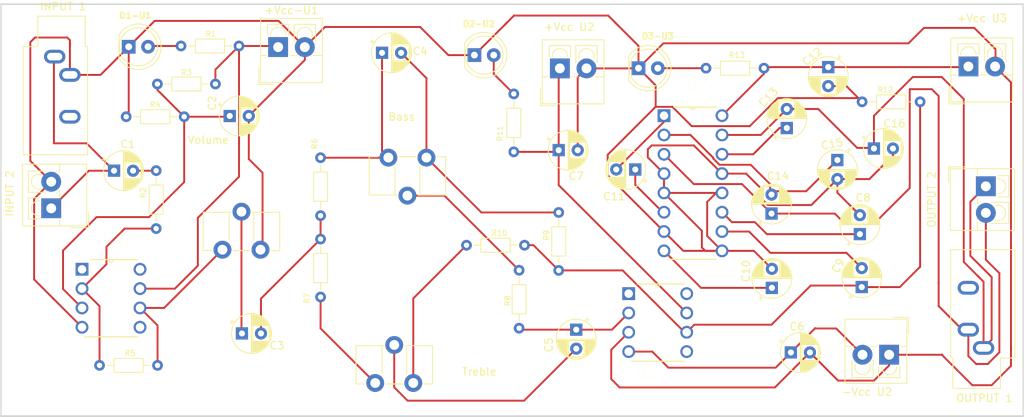
<source format=kicad_pcb>
(kicad_pcb (version 20210126) (generator pcbnew)
  (title_block (title "SES AUDIO AMPLIFIER") (date "2021-06-08") (company "JKUAT"))
  (layers (0 "F.Cu" signal) (31 "B.Cu" signal) (34 "B.Paste" user) (35 "F.Paste" user) (36 "B.SilkS" user "B.Silkscreen") (37 "F.SilkS" user "F.Silkscreen") (38 "B.Mask" user) (39 "F.Mask" user) (44 "Edge.Cuts" user))
  (net 0 "")
  (net 1 "Net-(C10-Pad1)")
  (net 2 "Net-(C1-Pad1)")
  (net 3 "Net-(C11-Pad1)")
  (net 4 "Net-(C1-Pad2)")
  (net 5 "Net-(C3-Pad2)")
  (net 6 "Net-(C12-Pad1)")
  (net 7 "Net-(C2-Pad1)")
  (net 8 "Net-(C3-Pad1)")
  (net 9 "Net-(C4-Pad1)")
  (net 10 "Net-(C5-Pad2)")
  (net 11 "Net-(C5-Pad1)")
  (net 12 "Net-(C4-Pad2)")
  (net 13 "Net-(C6-Pad1)")
  (net 14 "Net-(C7-Pad1)")
  (net 15 "Net-(C8-Pad1)")
  (net 16 "Net-(C13-Pad2)")
  (net 17 "Net-(C13-Pad1)")
  (net 18 "GNDREF")
  (net 19 "Net-(D1-Pad2)")
  (net 20 "Net-(C9-Pad1)")
  (net 21 "Net-(C14-Pad1)")
  (net 22 "Net-(C9-Pad2)")
  (net 23 "Net-(C11-Pad2)")
  (net 24 "Net-(C14-Pad2)")
  (net 25 "Net-(D2-Pad2)")
  (net 26 "Net-(D3-Pad2)")
  (net 27 "Net-(J3-Pad1)")
  (net 28 "Net-(R2-Pad1)")
  (net 29 "Net-(R5-Pad1)")
  (net 30 "Net-(R7-Pad1)")
  (net 31 "Net-(R8-Pad1)")
  (net 32 "Net-(R10-Pad2)")
  (footprint "Capacitor_THT:CP_Radial_D5.0mm_P2.50mm" (layer "F.Cu") (at 195.095 103.643113 90)
    (fp_text reference "C9" hide)
    (fp_text value "220n")
  )
  (footprint "LED_THT:LED_D5.0mm" (layer "F.Cu") (at 144.22 73.138)
    (fp_text reference "D2" hide)
    (fp_text value "LED" hide)
  )
  (footprint "Resistor_THT:R_Axial_DIN0204_L3.6mm_D1.6mm_P7.62mm_Horizontal" (layer "F.Cu") (at 106.105 81.238 180)
    (fp_text reference "R4" hide)
    (fp_text value "22K")
  )
  (footprint "Resistor_THT:R_Axial_DIN0204_L3.6mm_D1.6mm_P7.62mm_Horizontal" (layer "F.Cu") (at 155.295 101.448 90)
    (fp_text reference "R9" hide)
    (fp_text value "15K")
  )
  (footprint "Capacitor_THT:CP_Radial_D5.0mm_P2.50mm" (layer "F.Cu") (at 183.295 103.743113 90)
    (fp_text reference "C10" hide)
    (fp_text value "100u")
  )
  (footprint "Capacitor_THT:CP_Radial_D5.0mm_P2.50mm" (layer "F.Cu") (at 157.595 109.238 -90)
    (fp_text reference "C5" hide)
    (fp_text value "1n")
  )
  (footprint "TerminalBlock_4Ucon:TerminalBlock_4Ucon_1x02_P3.50mm_Vertical" (layer "F.Cu") (at 118.445 72.083)
    (fp_text reference "J3" hide)
    (fp_text value "Conn_01x02_Female" hide)
  )
  (footprint "Capacitor_THT:CP_Radial_D5.0mm_P2.50mm" (layer "F.Cu") (at 185.789888 112.238)
    (fp_text reference "C6" hide)
    (fp_text value "100n")
  )
  (footprint "Potentiometer_THT:Potentiometer_ACP_CA9-H5_Horizontal" (layer "F.Cu") (at 137.922 86.614 -90)
    (fp_text reference "RV2" hide)
    (fp_text value "100K")
  )
  (footprint "UA741:DIP254P762X533-8" (layer "F.Cu") (at 172.105 112.1242)
    (fp_text reference "U2")
    (fp_text value "LM741" hide)
  )
  (footprint "Resistor_THT:R_Axial_DIN0204_L3.6mm_D1.6mm_P7.62mm_Horizontal" (layer "F.Cu") (at 150.805 98.138 180)
    (fp_text reference "R10" hide)
    (fp_text value "10K")
  )
  (footprint "Resistor_THT:R_Axial_DIN0204_L3.6mm_D1.6mm_P7.62mm_Horizontal" (layer "F.Cu") (at 174.638702 74.856902)
    (fp_text reference "R13")
    (fp_text value "1K")
  )
  (footprint "Capacitor_THT:CP_Radial_D5.0mm_P2.50mm" (layer "F.Cu") (at 194.851087 96.681913 90)
    (fp_text reference "C8" hide)
    (fp_text value "100u")
  )
  (footprint "Kicad Manual Library:DIP254P762X510-16" (layer "F.Cu") (at 176.744512 98.878)
    (fp_text reference "U3")
    (fp_text value "TEA2025B")
  )
  (footprint "Resistor_THT:R_Axial_DIN0204_L3.6mm_D1.6mm_P7.62mm_Horizontal" (layer "F.Cu") (at 202.761087 79.2768 180)
    (fp_text reference "R12" hide)
    (fp_text value "10K")
  )
  (footprint "Capacitor_THT:CP_Radial_D5.0mm_P2.50mm" (layer "F.Cu") (at 191.895 86.938 -90)
    (fp_text reference "C15" hide)
    (fp_text value "150n")
  )
  (footprint "TerminalBlock_4Ucon:TerminalBlock_4Ucon_1x02_P3.50mm_Vertical" (layer "F.Cu") (at 155.445 74.883)
    (fp_text reference "J5" hide)
    (fp_text value "Conn_01x02_Female" hide)
  )
  (footprint "TerminalBlock_4Ucon:TerminalBlock_4Ucon_1x02_P3.50mm_Vertical" (layer "F.Cu") (at 209.107 74.636)
    (fp_text reference "J6" hide)
    (fp_text value "Conn_01x02_Female" hide)
  )
  (footprint "TerminalBlock_4Ucon:TerminalBlock_4Ucon_1x02_P3.50mm_Vertical" (layer "F.Cu") (at 88.64 93.288 90)
    (fp_text reference "J2" hide)
    (fp_text value "Conn_01x02_Female" hide)
  )
  (footprint "TerminalBlock_4Ucon:TerminalBlock_4Ucon_1x02_P3.50mm_Vertical" (layer "F.Cu") (at 211.393 90.384 -90)
    (fp_text reference "J8" hide)
    (fp_text value "Conn_01x02_Female" hide)
  )
  (footprint "LED_THT:LED_D5.0mm" (layer "F.Cu") (at 98.82 72.038)
    (fp_text reference "D1" hide)
    (fp_text value "LED" hide)
  )
  (footprint "Resistor_THT:R_Axial_DIN0204_L3.6mm_D1.6mm_P7.62mm_Horizontal" (layer "F.Cu") (at 149.395 78.238 -90)
    (fp_text reference "R11" hide)
    (fp_text value "1K")
  )
  (footprint "Resistor_THT:R_Axial_DIN0204_L3.6mm_D1.6mm_P7.62mm_Horizontal" (layer "F.Cu") (at 105.685 71.938)
    (fp_text reference "R1" hide)
    (fp_text value "1K")
  )
  (footprint "Potentiometer_THT:Potentiometer_ACP_CA9-H5_Horizontal" (layer "F.Cu") (at 131.194 116.252 90)
    (fp_text reference "RV3" hide)
    (fp_text value "100K")
  )
  (footprint "TerminalBlock_4Ucon:TerminalBlock_4Ucon_1x02_P3.50mm_Vertical" (layer "F.Cu") (at 198.695 112.538 180)
    (fp_text reference "J4" hide)
    (fp_text value "Conn_01x02_Female" hide)
  )
  (footprint "UA741:DIP254P762X533-8" (layer "F.Cu") (at 100.305 108.9242)
    (fp_text reference "U1")
    (fp_text value "UA741CN")
  )
  (footprint "Capacitor_THT:CP_Radial_D5.0mm_P2.50mm" (layer "F.Cu") (at 155.289888 85.638)
    (fp_text reference "C7" hide)
    (fp_text value "100n")
  )
  (footprint "Capacitor_THT:CP_Radial_D5.0mm_P2.50mm" (layer "F.Cu") (at 165.351087 88.1768 180)
    (fp_text reference "C11" hide)
    (fp_text value "100u")
  )
  (footprint "Capacitor_THT:CP_Radial_D5.0mm_P2.50mm" (layer "F.Cu") (at 132.089888 72.838)
    (fp_text reference "C4" hide)
    (fp_text value "47n")
  )
  (footprint "Capacitor_THT:CP_Radial_D5.0mm_P2.50mm" (layer "F.Cu") (at 112.089888 81.138)
    (fp_text reference "C2" hide)
    (fp_text value "10u")
  )
  (footprint "Potentiometer_THT:Potentiometer_ACP_CA9-H5_Horizontal" (layer "F.Cu") (at 111.128 98.726 90)
    (fp_text reference "RV1" hide)
    (fp_text value "2K")
  )
  (footprint "Resistor_THT:R_Axial_DIN0204_L3.6mm_D1.6mm_P7.62mm_Horizontal" (layer "F.Cu") (at 102.427 95.948 90)
    (fp_text reference "R2" hide)
    (fp_text value "2.2K")
  )
  (footprint "Capacitor_THT:CP_Radial_D5.0mm_P2.50mm" (layer "F.Cu") (at 183.245975 93.9768 90)
    (fp_text reference "C14" hide)
    (fp_text value "100u")
  )
  (footprint "Connector_Audio:Jack_3.5mm_CUI_SJ1-3533NG_Horizontal" (layer "F.Cu") (at 89.095 73.338)
    (fp_text reference "J1" hide)
    (fp_text value "AudioJack2" hide)
  )
  (footprint "Capacitor_THT:CP_Radial_D5.0mm_P2.50mm" (layer "F.Cu") (at 96.889888 88.338)
    (fp_text reference "C1" hide)
    (fp_text value "1u")
  )
  (footprint "Resistor_THT:R_Axial_DIN0204_L3.6mm_D1.6mm_P7.62mm_Horizontal" (layer "F.Cu") (at 102.605 113.938 180)
    (fp_text reference "R5" hide)
    (fp_text value "220K")
  )
  (footprint "Resistor_THT:R_Axial_DIN0204_L3.6mm_D1.6mm_P7.62mm_Horizontal" (layer "F.Cu") (at 150.095 101.428 -90)
    (fp_text reference "R8" hide)
    (fp_text value "15K")
  )
  (footprint "Capacitor_THT:CP_Radial_D5.0mm_P2.50mm" (layer "F.Cu") (at 196.697502 85.418102)
    (fp_text reference "C16" hide)
    (fp_text value "150n")
  )
  (footprint "Connector_Audio:Jack_3.5mm_CUI_SJ1-3533NG_Horizontal" (layer "F.Cu") (at 211.095 111.638 180)
    (fp_text reference "J7" hide)
    (fp_text value "AudioJack2" hide)
  )
  (footprint "Capacitor_THT:CP_Radial_D5.0mm_P2.50mm" (layer "F.Cu") (at 113.689888 109.738)
    (fp_text reference "C3" hide)
    (fp_text value "1u")
  )
  (footprint "Resistor_THT:R_Axial_DIN0204_L3.6mm_D1.6mm_P7.62mm_Horizontal" (layer "F.Cu") (at 110.205 76.938 180)
    (fp_text reference "R3" hide)
    (fp_text value "22K")
  )
  (footprint "Capacitor_THT:CP_Radial_D5.0mm_P2.50mm" (layer "F.Cu") (at 190.697502 74.71299 -90)
    (fp_text reference "C12" hide)
    (fp_text value "100u")
  )
  (footprint "Capacitor_THT:CP_Radial_D5.0mm_P2.50mm" (layer "F.Cu") (at 185.2562 82.723215 90)
    (fp_text reference "C13" hide)
    (fp_text value "100u")
  )
  (footprint "Resistor_THT:R_Axial_DIN0204_L3.6mm_D1.6mm_P7.62mm_Horizontal" (layer "F.Cu") (at 124.017 86.628 -90)
    (fp_text reference "R6" hide)
    (fp_text value "15K")
  )
  (footprint "LED_THT:LED_D5.0mm" (layer "F.Cu") (at 165.773702 74.856902)
    (fp_text reference "D3" hide)
    (fp_text value "LED" hide)
  )
  (footprint "Resistor_THT:R_Axial_DIN0204_L3.6mm_D1.6mm_P7.62mm_Horizontal" (layer "F.Cu") (at 124.017 104.948 90)
    (fp_text reference "R7" hide)
    (fp_text value "10K")
  )
  (gr_rect (start 82.013 66.448) (end 216.313 120.61) (layer "Edge.Cuts") (width 0.2) (fill none))
  (segment (start 173.989625 103.743113) (end 183.295 103.743113) (width 0.25) (layer "F.Cu") (net 1))
  (segment (start 169.124512 98.878) (end 173.989625 103.743113) (width 0.25) (layer "F.Cu") (net 1))
  (segment (start 96.889888 88.338) (end 93.59 88.338) (width 0.25) (layer "F.Cu") (net 2))
  (segment (start 93.289888 84.738) (end 88.995 84.738) (width 0.25) (layer "F.Cu") (net 2))
  (segment (start 96.889888 88.338) (end 93.289888 84.738) (width 0.25) (layer "F.Cu") (net 2))
  (segment (start 93.59 88.338) (end 88.64 93.288) (width 0.25) (layer "F.Cu") (net 2))
  (segment (start 88.995 73.438) (end 89.095 73.338) (width 0.25) (layer "F.Cu") (net 2))
  (segment (start 88.995 84.738) (end 88.995 73.438) (width 0.25) (layer "F.Cu") (net 2))
  (segment (start 96.889888 88.338) (end 96.889888 87.732888) (width 0.25) (layer "F.Cu") (net 2))
  (segment (start 165.351087 90.194087) (end 168.395 93.238) (width 0.25) (layer "F.Cu") (net 3))
  (segment (start 165.351087 88.1768) (end 165.351087 90.194087) (width 0.25) (layer "F.Cu") (net 3))
  (segment (start 102.417 88.338) (end 102.427 88.328) (width 0.25) (layer "F.Cu") (net 4))
  (segment (start 99.389888 88.338) (end 102.417 88.338) (width 0.25) (layer "F.Cu") (net 4))
  (segment (start 124.017 94.248) (end 124.017 97.328) (width 0.25) (layer "F.Cu") (net 5))
  (segment (start 116.189888 105.155112) (end 124.017 97.328) (width 0.25) (layer "F.Cu") (net 5))
  (segment (start 116.189888 109.738) (end 116.189888 105.155112) (width 0.25) (layer "F.Cu") (net 5))
  (segment (start 190.697502 74.71299) (end 182.402614 74.71299) (width 0.25) (layer "F.Cu") (net 6))
  (segment (start 209.03001 74.71299) (end 209.107 74.636) (width 0.25) (layer "F.Cu") (net 6))
  (segment (start 182.258702 75.58381) (end 176.744512 81.098) (width 0.25) (layer "F.Cu") (net 6))
  (segment (start 190.697502 74.71299) (end 209.03001 74.71299) (width 0.25) (layer "F.Cu") (net 6))
  (segment (start 182.402614 74.71299) (end 182.258702 74.856902) (width 0.25) (layer "F.Cu") (net 6))
  (segment (start 176.744512 81.098) (end 176.744512 81.083375) (width 0.25) (layer "F.Cu") (net 6))
  (segment (start 182.258702 74.856902) (end 182.258702 75.58381) (width 0.25) (layer "F.Cu") (net 6))
  (segment (start 182.397502 74.718102) (end 182.258702 74.856902) (width 0.25) (layer "F.Cu") (net 6))
  (segment (start 90.195 98.838) (end 90.195 103.8942) (width 0.25) (layer "F.Cu") (net 7))
  (segment (start 111.989888 81.238) (end 106.105 81.238) (width 0.25) (layer "F.Cu") (net 7))
  (segment (start 90.195 103.8942) (end 92.685 106.3842) (width 0.25) (layer "F.Cu") (net 7))
  (segment (start 101.495 94.438) (end 94.595 94.438) (width 0.25) (layer "F.Cu") (net 7))
  (segment (start 112.089888 81.138) (end 111.989888 81.238) (width 0.25) (layer "F.Cu") (net 7))
  (segment (start 102.585 76.938) (end 102.585 77.718) (width 0.25) (layer "F.Cu") (net 7))
  (segment (start 106.105 81.238) (end 106.105 89.828) (width 0.25) (layer "F.Cu") (net 7))
  (segment (start 94.595 94.438) (end 90.195 98.838) (width 0.25) (layer "F.Cu") (net 7))
  (segment (start 106.105 89.828) (end 101.495 94.438) (width 0.25) (layer "F.Cu") (net 7))
  (segment (start 102.585 77.718) (end 106.105 81.238) (width 0.25) (layer "F.Cu") (net 7))
  (segment (start 113.628 93.726) (end 113.628 109.676112) (width 0.25) (layer "F.Cu") (net 8))
  (segment (start 113.795 109.632888) (end 113.689888 109.738) (width 0.25) (layer "F.Cu") (net 8))
  (segment (start 113.628 109.676112) (end 113.689888 109.738) (width 0.25) (layer "F.Cu") (net 8))
  (segment (start 132.908 86.628) (end 132.922 86.614) (width 0.25) (layer "F.Cu") (net 9))
  (segment (start 124.017 86.628) (end 132.908 86.628) (width 0.25) (layer "F.Cu") (net 9))
  (segment (start 132.089888 85.781888) (end 132.922 86.614) (width 0.25) (layer "F.Cu") (net 9))
  (segment (start 132.089888 72.838) (end 132.089888 85.781888) (width 0.25) (layer "F.Cu") (net 9))
  (segment (start 133.694 111.252) (end 133.694 116.825) (width 0.25) (layer "F.Cu") (net 10))
  (segment (start 150.755 118.578) (end 157.595 111.738) (width 0.25) (layer "F.Cu") (net 10))
  (segment (start 135.447 118.578) (end 150.755 118.578) (width 0.25) (layer "F.Cu") (net 10))
  (segment (start 133.186 110.884617) (end 133.161 110.909617) (width 0.25) (layer "F.Cu") (net 10))
  (segment (start 133.694 116.825) (end 135.447 118.578) (width 0.25) (layer "F.Cu") (net 10))
  (segment (start 150.285 109.238) (end 150.095 109.048) (width 0.25) (layer "F.Cu") (net 11))
  (segment (start 162.2912 109.238) (end 164.485 107.0442) (width 0.25) (layer "F.Cu") (net 11))
  (segment (start 157.595 109.238) (end 162.2912 109.238) (width 0.25) (layer "F.Cu") (net 11))
  (segment (start 157.595 109.238) (end 150.285 109.238) (width 0.25) (layer "F.Cu") (net 11))
  (segment (start 137.922 76.170112) (end 134.589888 72.838) (width 0.25) (layer "F.Cu") (net 12))
  (segment (start 137.922 86.614) (end 137.922 76.170112) (width 0.25) (layer "F.Cu") (net 12))
  (segment (start 145.136 93.828) (end 137.922 86.614) (width 0.25) (layer "F.Cu") (net 12))
  (segment (start 155.295 93.828) (end 145.136 93.828) (width 0.25) (layer "F.Cu") (net 12))
  (segment (start 169.695 114.238) (end 183.789888 114.238) (width 0.25) (layer "F.Cu") (net 13))
  (segment (start 195.19 112.238) (end 195.445 111.983) (width 0.25) (layer "F.Cu") (net 13))
  (segment (start 188.942444 109.085444) (end 188.989888 109.038) (width 0.25) (layer "F.Cu") (net 13))
  (segment (start 167.5812 112.1242) (end 169.695 114.238) (width 0.25) (layer "F.Cu") (net 13))
  (segment (start 164.485 112.1242) (end 167.5812 112.1242) (width 0.25) (layer "F.Cu") (net 13))
  (segment (start 195.195 112.538) (end 191.742444 109.085444) (width 0.25) (layer "F.Cu") (net 13))
  (segment (start 183.789888 114.238) (end 185.789888 112.238) (width 0.25) (layer "F.Cu") (net 13))
  (segment (start 185.789888 112.238) (end 188.942444 109.085444) (width 0.25) (layer "F.Cu") (net 13))
  (segment (start 191.742444 109.085444) (end 188.942444 109.085444) (width 0.25) (layer "F.Cu") (net 13))
  (segment (start 155.069888 85.858) (end 155.289888 85.638) (width 0.25) (layer "F.Cu") (net 14))
  (segment (start 155.289888 85.638) (end 155.289888 90.229088) (width 0.25) (layer "F.Cu") (net 14))
  (segment (start 149.395 85.858) (end 155.069888 85.858) (width 0.25) (layer "F.Cu") (net 14))
  (segment (start 155.289888 85.638) (end 155.289888 75.038112) (width 0.25) (layer "F.Cu") (net 14))
  (segment (start 155.289888 75.038112) (end 155.445 74.883) (width 0.25) (layer "F.Cu") (net 14))
  (segment (start 155.289888 90.229088) (end 172.105 107.0442) (width 0.25) (layer "F.Cu") (net 14))
  (segment (start 178.048323 95.101811) (end 181.058811 95.101811) (width 0.25) (layer "F.Cu") (net 15))
  (segment (start 176.744512 93.798) (end 178.048323 95.101811) (width 0.25) (layer "F.Cu") (net 15))
  (segment (start 181.058811 95.101811) (end 182.638913 96.681913) (width 0.25) (layer "F.Cu") (net 15))
  (segment (start 182.638913 96.681913) (end 194.851087 96.681913) (width 0.25) (layer "F.Cu") (net 15))
  (segment (start 212.155 110.578) (end 211.095 111.638) (width 0.25) (layer "F.Cu") (net 16))
  (segment (start 185.2562 80.223215) (end 186.202615 80.223215) (width 0.25) (layer "F.Cu") (net 16))
  (segment (start 194.495 85.338) (end 189.380215 80.223215) (width 0.25) (layer "F.Cu") (net 16))
  (segment (start 209.361 99.528) (end 212.155 102.322) (width 0.25) (layer "F.Cu") (net 16))
  (segment (start 211.095 111.638) (end 211.095 102.938) (width 0.25) (layer "F.Cu") (net 16))
  (segment (start 208.495 100.338) (end 210.345 102.188) (width 0.25) (layer "F.Cu") (net 16))
  (segment (start 196.697502 81.118102) (end 196.697502 85.418102) (width 0.25) (layer "F.Cu") (net 16))
  (segment (start 210.345 102.188) (end 210.595 102.438) (width 0.25) (layer "F.Cu") (net 16))
  (segment (start 181.841415 83.638) (end 185.2562 80.223215) (width 0.25) (layer "F.Cu") (net 16))
  (segment (start 196.697502 85.418102) (end 196.697502 85.200102) (width 0.25) (layer "F.Cu") (net 16))
  (segment (start 196.6174 85.338) (end 194.495 85.338) (width 0.25) (layer "F.Cu") (net 16))
  (segment (start 208.495 78.9156) (end 208.495 100.338) (width 0.25) (layer "F.Cu") (net 16))
  (segment (start 176.744512 83.638) (end 181.841415 83.638) (width 0.25) (layer "F.Cu") (net 16))
  (segment (start 209.361 92.416) (end 209.361 99.528) (width 0.25) (layer "F.Cu") (net 16))
  (segment (start 207.697502 78.118102) (end 207.6062 78.0268) (width 0.25) (layer "F.Cu") (net 16))
  (segment (start 207.4062 77.8268) (end 205.597502 76.018102) (width 0.25) (layer "F.Cu") (net 16))
  (segment (start 207.6062 78.0268) (end 207.4062 77.8268) (width 0.25) (layer "F.Cu") (net 16))
  (segment (start 211.095 102.938) (end 210.345 102.188) (width 0.25) (layer "F.Cu") (net 16))
  (segment (start 189.380215 80.223215) (end 185.2562 80.223215) (width 0.25) (layer "F.Cu") (net 16))
  (segment (start 211.393 90.384) (end 209.361 92.416) (width 0.25) (layer "F.Cu") (net 16))
  (segment (start 201.797502 76.018102) (end 196.697502 81.118102) (width 0.25) (layer "F.Cu") (net 16))
  (segment (start 196.697502 85.418102) (end 196.6174 85.338) (width 0.25) (layer "F.Cu") (net 16))
  (segment (start 207.4062 77.8268) (end 208.495 78.9156) (width 0.25) (layer "F.Cu") (net 16))
  (segment (start 205.597502 76.018102) (end 201.797502 76.018102) (width 0.25) (layer "F.Cu") (net 16))
  (segment (start 212.155 102.322) (end 212.155 110.578) (width 0.25) (layer "F.Cu") (net 16))
  (segment (start 176.744512 86.178) (end 180.837604 86.178) (width 0.25) (layer "F.Cu") (net 17))
  (segment (start 181.747502 85.268102) (end 181.097502 85.918102) (width 0.25) (layer "F.Cu") (net 17))
  (segment (start 180.837604 86.178) (end 181.747502 85.268102) (width 0.25) (layer "F.Cu") (net 17))
  (segment (start 184.292389 82.723215) (end 181.747502 85.268102) (width 0.25) (layer "F.Cu") (net 17))
  (segment (start 185.2562 82.723215) (end 184.292389 82.723215) (width 0.25) (layer "F.Cu") (net 17))
  (segment (start 176.744512 88.718) (end 179.90217 88.718) (width 0.25) (layer "F.Cu") (net 18))
  (segment (start 209.869 69.556) (end 212.663 72.35) (width 0.25) (layer "F.Cu") (net 18))
  (segment (start 91.095 75.738) (end 95.12 75.738) (width 0.25) (layer "F.Cu") (net 18))
  (segment (start 176.744512 98.878) (end 174.795 96.928488) (width 0.25) (layer "F.Cu") (net 18))
  (segment (start 162.195 115.738) (end 163.295 116.838) (width 0.25) (layer "F.Cu") (net 18))
  (segment (start 121.945 72.083) (end 121.945 73.782888) (width 0.25) (layer "F.Cu") (net 18))
  (segment (start 88.64 89.788) (end 85.895 87.043) (width 0.25) (layer "F.Cu") (net 18))
  (segment (start 118.5 68.638) (end 121.945 72.083) (width 0.25) (layer "F.Cu") (net 18))
  (segment (start 214.695 76.724) (end 212.607 74.636) (width 0.25) (layer "F.Cu") (net 18))
  (segment (start 91.095 75.738) (end 91.095 71.94) (width 0.25) (layer "F.Cu") (net 18))
  (segment (start 164.485 109.5842) (end 162.195 111.8742) (width 0.25) (layer "F.Cu") (net 18))
  (segment (start 214.695 98.512) (end 214.695 76.724) (width 0.25) (layer "F.Cu") (net 18))
  (segment (start 165.773702 74.856902) (end 165.853815 74.856902) (width 0.25) (layer "F.Cu") (net 18))
  (segment (start 196.097502 89.438) (end 199.197502 86.338) (width 0.25) (layer "F.Cu") (net 18))
  (segment (start 165.747604 74.883) (end 165.773702 74.856902) (width 0.25) (layer "F.Cu") (net 18))
  (segment (start 98.82 72.038) (end 102.22 68.638) (width 0.25) (layer "F.Cu") (net 18))
  (segment (start 174.095 96.238) (end 174.095 98.438) (width 0.25) (layer "F.Cu") (net 18))
  (segment (start 209.615 116.546) (end 212.155 116.546) (width 0.25) (layer "F.Cu") (net 18))
  (segment (start 182.757388 92.851789) (end 188.481211 92.851789) (width 0.25) (layer "F.Cu") (net 18))
  (segment (start 158.945 74.883) (end 165.747604 74.883) (width 0.25) (layer "F.Cu") (net 18))
  (segment (start 214.695 112.038) (end 214.695 111.466) (width 0.25) (layer "F.Cu") (net 18))
  (segment (start 191.989888 115.938) (end 196.695 115.938) (width 0.25) (layer "F.Cu") (net 18))
  (segment (start 98.82 72.038) (end 98.82 80.903) (width 0.25) (layer "F.Cu") (net 18))
  (segment (start 149.42 67.938) (end 161.795 67.938) (width 0.25) (layer "F.Cu") (net 18))
  (segment (start 88.9969 105.2361) (end 88.85 105.0892) (width 0.25) (layer "F.Cu") (net 18))
  (segment (start 169.124512 91.258) (end 176.744512 91.258) (width 0.25) (layer "F.Cu") (net 18))
  (segment (start 198.695 113.938) (end 198.695 112.538) (width 0.25) (layer "F.Cu") (net 18))
  (segment (start 85.895 87.043) (end 85.895 71.438) (width 0.25) (layer "F.Cu") (net 18))
  (segment (start 188.289888 112.238) (end 191.989888 115.938) (width 0.25) (layer "F.Cu") (net 18))
  (segment (start 169.042604 71.588) (end 201.233 71.588) (width 0.25) (layer "F.Cu") (net 18))
  (segment (start 214.695 111.466) (end 214.695 98.512) (width 0.25) (layer "F.Cu") (net 18))
  (segment (start 173.041301 85.014789) (end 176.744512 88.718) (width 0.25) (layer "F.Cu") (net 18))
  (segment (start 174.795 92.438) (end 175.975 91.258) (width 0.25) (layer "F.Cu") (net 18))
  (segment (start 148.2575 69.1005) (end 148.52 68.838) (width 0.25) (layer "F.Cu") (net 18))
  (segment (start 165.773702 71.916702) (end 165.773702 74.856902) (width 0.25) (layer "F.Cu") (net 18))
  (segment (start 171.664512 98.878) (end 169.124512 96.338) (width 0.25) (layer "F.Cu") (net 18))
  (segment (start 196.695 115.938) (end 198.695 113.938) (width 0.25) (layer "F.Cu") (net 18))
  (segment (start 161.726076 86.235016) (end 161.726076 88.939564) (width 0.25) (layer "F.Cu") (net 18))
  (segment (start 194.652267 78.78798) (end 184.080003 78.78798) (width 0.25) (layer "F.Cu") (net 18))
  (segment (start 167.500815 85.014789) (end 173.041301 85.014789) (width 0.25) (layer "F.Cu") (net 18))
  (segment (start 95.12 75.738) (end 98.82 72.038) (width 0.25) (layer "F.Cu") (net 18))
  (segment (start 140.795 73.138) (end 137.095 69.438) (width 0.25) (layer "F.Cu") (net 18))
  (segment (start 169.124512 88.718) (end 166.997502 86.59099) (width 0.25) (layer "F.Cu") (net 18))
  (segment (start 114.589888 81.138) (end 114.589888 86.798888) (width 0.25) (layer "F.Cu") (net 18))
  (segment (start 85.895 71.438) (end 86.507 70.826) (width 0.25) (layer "F.Cu") (net 18))
  (segment (start 86.507 70.826) (end 90.743 70.826) (width 0.25) (layer "F.Cu") (net 18))
  (segment (start 193.077277 77.21299) (end 195.141087 79.2768) (width 0.25) (layer "F.Cu") (net 18))
  (segment (start 165.773702 74.856902) (end 169.042604 71.588) (width 0.25) (layer "F.Cu") (net 18))
  (segment (start 174.095 98.438) (end 174.535 98.878) (width 0.25) (layer "F.Cu") (net 18))
  (segment (start 191.895 89.438) (end 196.097502 89.438) (width 0.25) (layer "F.Cu") (net 18))
  (segment (start 183.689888 116.838) (end 188.289888 112.238) (width 0.25) (layer "F.Cu") (net 18))
  (segment (start 169.124512 91.258) (end 169.124512 91.267512) (width 0.25) (layer "F.Cu") (net 18))
  (segment (start 168.026303 79.934789) (end 168.026303 77.109503) (width 0.25) (layer "F.Cu") (net 18))
  (segment (start 116.397 88.606) (end 116.397 98.457) (width 0.25) (layer "F.Cu") (net 18))
  (segment (start 124.59 69.438) (end 121.945 72.083) (width 0.25) (layer "F.Cu") (net 18))
  (segment (start 172.762721 82.474789) (end 170.222721 79.934789) (width 0.25) (layer "F.Cu") (net 18))
  (segment (start 184.080003 78.78798) (end 180.393194 82.474789) (width 0.25) (layer "F.Cu") (net 18))
  (segment (start 168.026303 77.109503) (end 165.773702 74.856902) (width 0.25) (layer "F.Cu") (net 18))
  (segment (start 214.695 114.006) (end 214.695 111.466) (width 0.25) (layer "F.Cu") (net 18))
  (segment (start 162.195 111.8742) (end 162.195 115.738) (width 0.25) (layer "F.Cu") (net 18))
  (segment (start 90.743 70.826) (end 91.095 71.178) (width 0.25) (layer "F.Cu") (net 18))
  (segment (start 144.22 73.138) (end 148.2575 69.1005) (width 0.25) (layer "F.Cu") (net 18))
  (segment (start 169.124512 88.718) (end 169.124512 91.258) (width 0.25) (layer "F.Cu") (net 18))
  (segment (start 88.9969 105.2361) (end 86.395 102.6342) (width 0.25) (layer "F.Cu") (net 18))
  (segment (start 92.685 108.9242) (end 88.9969 105.2361) (width 0.25) (layer "F.Cu") (net 18))
  (segment (start 166.997502 85.518102) (end 167.500815 85.014789) (width 0.25) (layer "F.Cu") (net 18))
  (segment (start 168.026303 79.934789) (end 161.726076 86.235016) (width 0.25) (layer "F.Cu") (net 18))
  (segment (start 162.845 68.988) (end 163.045 69.188) (width 0.25) (layer "F.Cu") (net 18))
  (segment (start 169.124512 91.267512) (end 174.095 96.238) (width 0.25) (layer "F.Cu") (net 18))
  (segment (start 174.535 98.878) (end 176.744512 98.878) (width 0.25) (layer "F.Cu") (net 18))
  (segment (start 179.90217 88.718) (end 182.120964 90.936794) (width 0.25) (layer "F.Cu") (net 18))
  (segment (start 214.695 98.512) (end 214.695 98.2106) (width 0.25) (layer "F.Cu") (net 18))
  (segment (start 98.82 80.903) (end 98.485 81.238) (width 0.25) (layer "F.Cu") (net 18))
  (segment (start 121.945 73.782888) (end 114.589888 81.138) (width 0.25) (layer "F.Cu") (net 18))
  (segment (start 212.155 116.546) (end 214.695 114.006) (width 0.25) (layer "F.Cu") (net 18))
  (segment (start 86.395 102.6342) (end 86.395 92.033) (width 0.25) (layer "F.Cu") (net 18))
  (segment (start 191.895 89.438) (end 191.895 91.225826) (width 0.25) (layer "F.Cu") (net 18))
  (segment (start 193.520963 92.851789) (end 194.851087 94.181913) (width 0.25) (layer "F.Cu") (net 18))
  (segment (start 205.607 112.538) (end 209.615 116.546) (width 0.25) (layer "F.Cu") (net 18))
  (segment (start 180.929887 98.878) (end 183.295 101.243113) (width 0.25) (layer "F.Cu") (net 18))
  (segment (start 86.395 92.033) (end 88.64 89.788) (width 0.25) (layer "F.Cu") (net 18))
  (segment (start 91.295 75.538) (end 91.095 75.738) (width 0.25) (layer "F.Cu") (net 18))
  (segment (start 201.233 71.588) (end 203.265 69.556) (width 0.25) (layer "F.Cu") (net 18))
  (segment (start 205.607 112.538) (end 205.695 112.538) (width 0.25) (layer "F.Cu") (net 18))
  (segment (start 199.197502 86.338) (end 199.197502 85.418102) (width 0.25) (layer "F.Cu") (net 18))
  (segment (start 212.663 74.58) (end 212.607 74.636) (width 0.25) (layer "F.Cu") (net 18))
  (segment (start 144.22 73.138) (end 140.795 73.138) (width 0.25) (layer "F.Cu") (net 18))
  (segment (start 212.663 72.35) (end 212.663 74.58) (width 0.25) (layer "F.Cu") (net 18))
  (segment (start 137.095 69.438) (end 124.59 69.438) (width 0.25) (layer "F.Cu") (net 18))
  (segment (start 98.62 71.838) (end 98.82 72.038) (width 0.25) (layer "F.Cu") (net 18))
  (segment (start 157.789888 85.638) (end 157.789888 76.038112) (width 0.25) (layer "F.Cu") (net 18))
  (segment (start 161.726076 88.939564) (end 168.059756 95.273244) (width 0.25) (layer "F.Cu") (net 18))
  (segment (start 102.22 68.638) (end 118.5 68.638) (width 0.25) (layer "F.Cu") (net 18))
  (segment (start 91.095 71.178) (end 91.095 71.94) (width 0.25) (layer "F.Cu") (net 18))
  (segment (start 116.397 98.457) (end 116.128 98.726) (width 0.25) (layer "F.Cu") (net 18))
  (segment (start 148.2575 69.1005) (end 149.42 67.938) (width 0.25) (layer "F.Cu") (net 18))
  (segment (start 188.481211 92.851789) (end 191.895 89.438) (width 0.25) (layer "F.Cu") (net 18))
  (segment (start 195.141087 79.2768) (end 194.652267 78.78798) (width 0.25) (layer "F.Cu") (net 18))
  (segment (start 163.045 69.188) (end 165.773702 71.916702) (width 0.25) (layer "F.Cu") (net 18))
  (segment (start 198.695 112.538) (end 205.607 112.538) (width 0.25) (layer "F.Cu") (net 18))
  (segment (start 191.895 91.225826) (end 194.851087 94.181913) (width 0.25) (layer "F.Cu") (net 18))
  (segment (start 180.393194 82.474789) (end 172.762721 82.474789) (width 0.25) (layer "F.Cu") (net 18))
  (segment (start 165.773702 74.856902) (end 165.522278 74.856902) (width 0.25) (layer "F.Cu") (net 18))
  (segment (start 174.795 96.928488) (end 174.795 92.438) (width 0.25) (layer "F.Cu") (net 18))
  (segment (start 162.845 68.988) (end 161.795 67.938) (width 0.25) (layer "F.Cu") (net 18))
  (segment (start 190.697502 77.21299) (end 193.077277 77.21299) (width 0.25) (layer "F.Cu") (net 18))
  (segment (start 166.997502 86.59099) (end 166.997502 85.518102) (width 0.25) (layer "F.Cu") (net 18))
  (segment (start 114.589888 86.798888) (end 116.397 88.606) (width 0.25) (layer "F.Cu") (net 18))
  (segment (start 182.120964 90.936794) (end 182.120964 92.215365) (width 0.25) (layer "F.Cu") (net 18))
  (segment (start 170.222721 79.934789) (end 168.026303 79.934789) (width 0.25) (layer "F.Cu") (net 18))
  (segment (start 195.151087 79.2668) (end 195.141087 79.2768) (width 0.25) (layer "F.Cu") (net 18))
  (segment (start 182.120964 92.215365) (end 182.757388 92.851789) (width 0.25) (layer "F.Cu") (net 18))
  (segment (start 165.773702 74.856902) (end 165.548702 74.856902) (width 0.25) (layer "F.Cu") (net 18))
  (segment (start 175.975 91.258) (end 176.744512 91.258) (width 0.25) (layer "F.Cu") (net 18))
  (segment (start 176.744512 98.878) (end 180.929887 98.878) (width 0.25) (layer "F.Cu") (net 18))
  (segment (start 163.295 116.838) (end 183.689888 116.838) (width 0.25) (layer "F.Cu") (net 18))
  (segment (start 157.789888 76.038112) (end 158.945 74.883) (width 0.25) (layer "F.Cu") (net 18))
  (segment (start 168.059756 95.273244) (end 169.124512 96.338) (width 0.25) (layer "F.Cu") (net 18))
  (segment (start 203.265 69.556) (end 209.869 69.556) (width 0.25) (layer "F.Cu") (net 18))
  (segment (start 91.095 71.94) (end 91.095 71.49) (width 0.25) (layer "F.Cu") (net 18))
  (segment (start 162.695 68.838) (end 162.845 68.988) (width 0.25) (layer "F.Cu") (net 18))
  (segment (start 194.851087 93.894087) (end 194.851087 94.181913) (width 0.25) (layer "F.Cu") (net 18))
  (segment (start 176.744512 98.878) (end 171.664512 98.878) (width 0.25) (layer "F.Cu") (net 18))
  (segment (start 101.46 71.938) (end 101.36 72.038) (width 0.25) (layer "F.Cu") (net 19))
  (segment (start 105.685 71.938) (end 101.46 71.938) (width 0.25) (layer "F.Cu") (net 19))
  (segment (start 173.10122 108.58798) (end 183.24502 108.58798) (width 0.25) (layer "F.Cu") (net 20))
  (segment (start 163.69022 101.448) (end 171.82642 109.5842) (width 0.25) (layer "F.Cu") (net 20))
  (segment (start 172.105 109.5842) (end 173.10122 108.58798) (width 0.25) (layer "F.Cu") (net 20))
  (segment (start 151.985 98.138) (end 155.295 101.448) (width 0.25) (layer "F.Cu") (net 20))
  (segment (start 200.089887 103.643113) (end 202.761087 100.971913) (width 0.25) (layer "F.Cu") (net 20))
  (segment (start 150.805 98.138) (end 151.985 98.138) (width 0.25) (layer "F.Cu") (net 20))
  (segment (start 195.095 103.643113) (end 200.089887 103.643113) (width 0.25) (layer "F.Cu") (net 20))
  (segment (start 202.761087 79.2768) (end 202.761087 100.971913) (width 0.25) (layer "F.Cu") (net 20))
  (segment (start 194.889887 103.438) (end 195.095 103.643113) (width 0.25) (layer "F.Cu") (net 20))
  (segment (start 188.395 103.438) (end 194.889887 103.438) (width 0.25) (layer "F.Cu") (net 20))
  (segment (start 183.24502 108.58798) (end 188.395 103.438) (width 0.25) (layer "F.Cu") (net 20))
  (segment (start 155.295 101.448) (end 163.69022 101.448) (width 0.25) (layer "F.Cu") (net 20))
  (segment (start 171.82642 109.5842) (end 172.105 109.5842) (width 0.25) (layer "F.Cu") (net 20))
  (segment (start 202.761087 100.971913) (end 202.5562 101.1768) (width 0.25) (layer "F.Cu") (net 20))
  (segment (start 211.647 113.752) (end 211.774 113.625) (width 0.25) (layer "F.Cu") (net 21))
  (segment (start 191.5562 93.9768) (end 192.897502 95.318102) (width 0.25) (layer "F.Cu") (net 21))
  (segment (start 169.124512 86.178) (end 173.041301 90.094789) (width 0.25) (layer "F.Cu") (net 21))
  (segment (start 213.171 101.814) (end 211.393 100.036) (width 0.25) (layer "F.Cu") (net 21))
  (segment (start 201.397502 90.618102) (end 201.397502 77.618102) (width 0.25) (layer "F.Cu") (net 21))
  (segment (start 179.363964 90.094789) (end 183.245975 93.9768) (width 0.25) (layer "F.Cu") (net 21))
  (segment (start 209.095 109.238) (end 208.295 109.238) (width 0.25) (layer "F.Cu") (net 21))
  (segment (start 205.197502 78.518102) (end 205.197502 102.935498) (width 0.25) (layer "F.Cu") (net 21))
  (segment (start 201.397502 77.618102) (end 204.297502 77.618102) (width 0.25) (layer "F.Cu") (net 21))
  (segment (start 204.297502 77.618102) (end 205.197502 78.518102) (width 0.25) (layer "F.Cu") (net 21))
  (segment (start 209.095 112.724) (end 210.123 113.752) (width 0.25) (layer "F.Cu") (net 21))
  (segment (start 205.197502 102.935498) (end 205.197502 103.218102) (width 0.25) (layer "F.Cu") (net 21))
  (segment (start 183.882399 93.9768) (end 183.564187 93.658588) (width 0.25) (layer "F.Cu") (net 21))
  (segment (start 211.393 100.036) (end 211.393 93.884) (width 0.25) (layer "F.Cu") (net 21))
  (segment (start 173.041301 90.094789) (end 179.363964 90.094789) (width 0.25) (layer "F.Cu") (net 21))
  (segment (start 196.697502 95.318102) (end 201.397502 90.618102) (width 0.25) (layer "F.Cu") (net 21))
  (segment (start 191.5562 93.9768) (end 183.882399 93.9768) (width 0.25) (layer "F.Cu") (net 21))
  (segment (start 209.095 109.238) (end 209.095 112.724) (width 0.25) (layer "F.Cu") (net 21))
  (segment (start 205.197502 102.935498) (end 205.197502 106.140502) (width 0.25) (layer "F.Cu") (net 21))
  (segment (start 213.171 112.228) (end 213.171 101.814) (width 0.25) (layer "F.Cu") (net 21))
  (segment (start 208.295 109.238) (end 205.197502 106.140502) (width 0.25) (layer "F.Cu") (net 21))
  (segment (start 210.123 113.752) (end 211.647 113.752) (width 0.25) (layer "F.Cu") (net 21))
  (segment (start 211.647 113.752) (end 213.171 112.228) (width 0.25) (layer "F.Cu") (net 21))
  (segment (start 192.897502 95.318102) (end 196.697502 95.318102) (width 0.25) (layer "F.Cu") (net 21))
  (segment (start 193.089887 99.138) (end 195.095 101.143113) (width 0.25) (layer "F.Cu") (net 22))
  (segment (start 180.295 96.338) (end 183.095 99.138) (width 0.25) (layer "F.Cu") (net 22))
  (segment (start 183.095 99.138) (end 193.089887 99.138) (width 0.25) (layer "F.Cu") (net 22))
  (segment (start 176.744512 96.338) (end 180.295 96.338) (width 0.25) (layer "F.Cu") (net 22))
  (segment (start 169.124512 81.098) (end 169.124512 81.903375) (width 0.25) (layer "F.Cu") (net 23))
  (segment (start 163.3562 87.7768) (end 163.3562 88.029688) (width 0.25) (layer "F.Cu") (net 23))
  (segment (start 169.124512 81.903375) (end 162.851087 88.1768) (width 0.25) (layer "F.Cu") (net 23))
  (segment (start 172.595 83.638) (end 175.581301 86.624301) (width 0.25) (layer "F.Cu") (net 24))
  (segment (start 175.581301 86.624301) (end 175.581301 86.724301) (width 0.25) (layer "F.Cu") (net 24))
  (segment (start 187.795 91.038) (end 183.895 91.038) (width 0.25) (layer "F.Cu") (net 24))
  (segment (start 175.581301 86.724301) (end 176.411789 87.554789) (width 0.25) (layer "F.Cu") (net 24))
  (segment (start 176.411789 87.554789) (end 180.511789 87.554789) (width 0.25) (layer "F.Cu") (net 24))
  (segment (start 183.059571 90.102571) (end 183.059571 91.02678) (width 0.25) (layer "F.Cu") (net 24))
  (segment (start 180.511789 87.554789) (end 183.059571 90.102571) (width 0.25) (layer "F.Cu") (net 24))
  (segment (start 191.895 86.938) (end 187.795 91.038) (width 0.25) (layer "F.Cu") (net 24))
  (segment (start 183.751087 91.4768) (end 183.245975 91.4768) (width 0.25) (layer "F.Cu") (net 24))
  (segment (start 191.895 86.938) (end 192.495 87.538) (width 0.25) (layer "F.Cu") (net 24))
  (segment (start 172.595 83.638) (end 169.124512 83.638) (width 0.25) (layer "F.Cu") (net 24))
  (segment (start 146.76 73.138) (end 146.76 75.603) (width 0.25) (layer "F.Cu") (net 25))
  (segment (start 146.795 73.173) (end 146.76 73.138) (width 0.25) (layer "F.Cu") (net 25))
  (segment (start 146.76 75.603) (end 149.395 78.238) (width 0.25) (layer "F.Cu") (net 25))
  (segment (start 168.313702 74.856902) (end 174.638702 74.856902) (width 0.25) (layer "F.Cu") (net 26))
  (segment (start 110.205 76.938) (end 110.205 75.038) (width 0.25) (layer "F.Cu") (net 27))
  (segment (start 118.445 72.083) (end 118.3 71.938) (width 0.25) (layer "F.Cu") (net 27))
  (segment (start 113.305 71.938) (end 113.305 89.128) (width 0.25) (layer "F.Cu") (net 27))
  (segment (start 113.305 89.128) (end 107.895 94.538) (width 0.25) (layer "F.Cu") (net 27))
  (segment (start 110.205 75.038) (end 113.305 71.938) (width 0.25) (layer "F.Cu") (net 27))
  (segment (start 104.8888 103.8442) (end 100.305 103.8442) (width 0.25) (layer "F.Cu") (net 27))
  (segment (start 107.895 94.538) (end 107.895 100.838) (width 0.25) (layer "F.Cu") (net 27))
  (segment (start 118.3 71.938) (end 113.305 71.938) (width 0.25) (layer "F.Cu") (net 27))
  (segment (start 107.895 100.838) (end 104.8888 103.8442) (width 0.25) (layer "F.Cu") (net 27))
  (segment (start 94.985 111.948) (end 94.985 112.238) (width 0.25) (layer "F.Cu") (net 28))
  (segment (start 95.895 98.338) (end 95.895 100.6342) (width 0.25) (layer "F.Cu") (net 28))
  (segment (start 92.685 103.8442) (end 94.985 106.1442) (width 0.25) (layer "F.Cu") (net 28))
  (segment (start 95.895 100.6342) (end 92.685 103.8442) (width 0.25) (layer "F.Cu") (net 28))
  (segment (start 94.985 106.1442) (end 94.985 111.948) (width 0.25) (layer "F.Cu") (net 28))
  (segment (start 98.285 95.948) (end 95.895 98.338) (width 0.25) (layer "F.Cu") (net 28))
  (segment (start 94.985 113.938) (end 94.985 111.948) (width 0.25) (layer "F.Cu") (net 28))
  (segment (start 98.285 95.948) (end 97.804 96.429) (width 0.25) (layer "F.Cu") (net 28))
  (segment (start 102.427 95.948) (end 98.285 95.948) (width 0.25) (layer "F.Cu") (net 28))
  (segment (start 100.305 106.3842) (end 103.4698 106.3842) (width 0.25) (layer "F.Cu") (net 29))
  (segment (start 103.4698 106.3842) (end 111.128 98.726) (width 0.25) (layer "F.Cu") (net 29))
  (segment (start 100.305 106.3842) (end 102.605 108.6842) (width 0.25) (layer "F.Cu") (net 29))
  (segment (start 102.605 113.938) (end 102.605 112.128) (width 0.25) (layer "F.Cu") (net 29))
  (segment (start 102.605 112.128) (end 102.605 112.238) (width 0.25) (layer "F.Cu") (net 29))
  (segment (start 102.605 108.6842) (end 102.605 112.128) (width 0.25) (layer "F.Cu") (net 29))
  (segment (start 124.017 104.948) (end 124.017 109.075) (width 0.25) (layer "F.Cu") (net 30))
  (segment (start 124.017 109.075) (end 131.194 116.252) (width 0.25) (layer "F.Cu") (net 30))
  (segment (start 135.422 91.614) (end 140.281 91.614) (width 0.25) (layer "F.Cu") (net 31))
  (segment (start 150.095 101.428) (end 150.085 101.428) (width 0.25) (layer "F.Cu") (net 31))
  (segment (start 140.281 91.614) (end 150.095 101.428) (width 0.25) (layer "F.Cu") (net 31))
  (segment (start 136.194 116.252) (end 136.194 105.129) (width 0.25) (layer "F.Cu") (net 32))
  (segment (start 136.194 105.129) (end 143.185 98.138) (width 0.25) (layer "F.Cu") (net 32))
)
</source>
